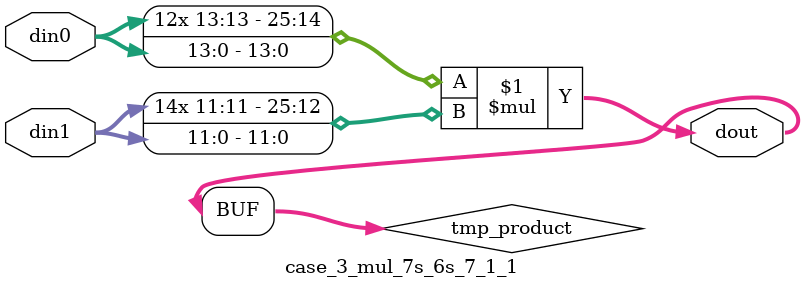
<source format=v>

`timescale 1 ns / 1 ps

 module case_3_mul_7s_6s_7_1_1(din0, din1, dout);
parameter ID = 1;
parameter NUM_STAGE = 0;
parameter din0_WIDTH = 14;
parameter din1_WIDTH = 12;
parameter dout_WIDTH = 26;

input [din0_WIDTH - 1 : 0] din0; 
input [din1_WIDTH - 1 : 0] din1; 
output [dout_WIDTH - 1 : 0] dout;

wire signed [dout_WIDTH - 1 : 0] tmp_product;



























assign tmp_product = $signed(din0) * $signed(din1);








assign dout = tmp_product;





















endmodule

</source>
